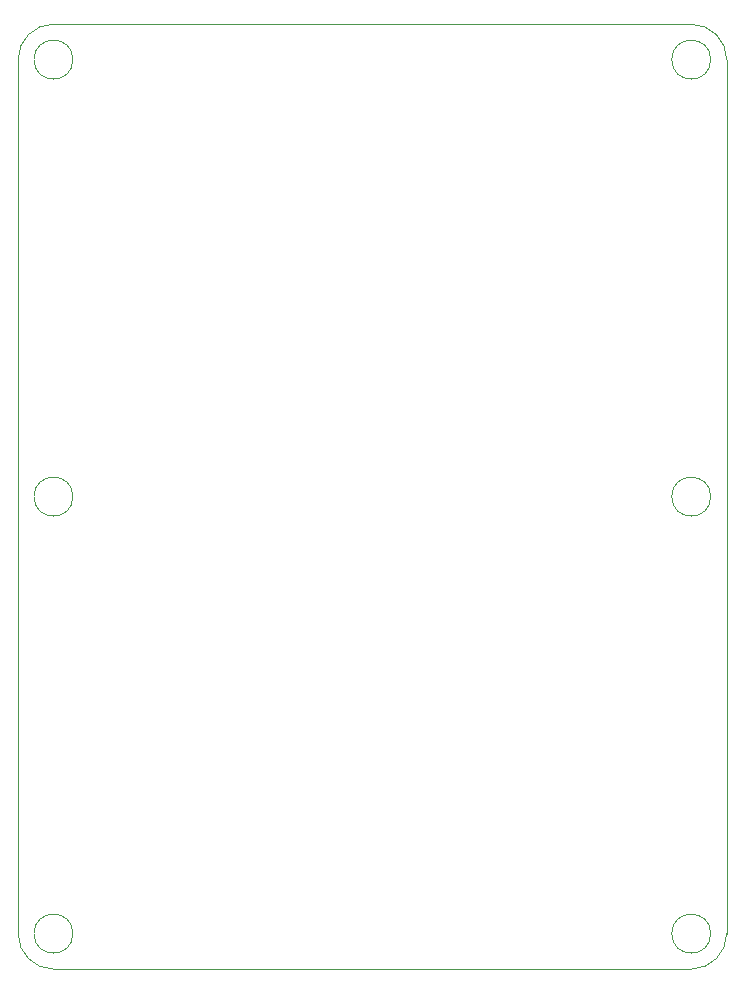
<source format=gbr>
%TF.GenerationSoftware,KiCad,Pcbnew,(5.1.9)-1*%
%TF.CreationDate,2021-08-06T16:10:45+09:00*%
%TF.ProjectId,IMU_USB_ver2,494d555f-5553-4425-9f76-6572322e6b69,rev?*%
%TF.SameCoordinates,Original*%
%TF.FileFunction,Profile,NP*%
%FSLAX46Y46*%
G04 Gerber Fmt 4.6, Leading zero omitted, Abs format (unit mm)*
G04 Created by KiCad (PCBNEW (5.1.9)-1) date 2021-08-06 16:10:45*
%MOMM*%
%LPD*%
G01*
G04 APERTURE LIST*
%TA.AperFunction,Profile*%
%ADD10C,0.050000*%
%TD*%
G04 APERTURE END LIST*
D10*
X114650000Y-100000000D02*
G75*
G03*
X114650000Y-100000000I-1650000J0D01*
G01*
X168650000Y-100000000D02*
G75*
G03*
X168650000Y-100000000I-1650000J0D01*
G01*
X168650000Y-137000000D02*
G75*
G03*
X168650000Y-137000000I-1650000J0D01*
G01*
X114650000Y-137000000D02*
G75*
G03*
X114650000Y-137000000I-1650000J0D01*
G01*
X114650000Y-63000000D02*
G75*
G03*
X114650000Y-63000000I-1650000J0D01*
G01*
X168650000Y-63000000D02*
G75*
G03*
X168650000Y-63000000I-1650000J0D01*
G01*
X113000000Y-140000000D02*
X167000000Y-140000000D01*
X110000000Y-63000000D02*
X110000000Y-137000000D01*
X167000000Y-60000000D02*
X113000000Y-60000000D01*
X170000000Y-137000000D02*
G75*
G02*
X167000000Y-140000000I-3000000J0D01*
G01*
X170000000Y-63000000D02*
X170000000Y-137000000D01*
X113000000Y-140000000D02*
G75*
G02*
X110000000Y-137000000I0J3000000D01*
G01*
X167000000Y-60000000D02*
G75*
G02*
X170000000Y-63000000I0J-3000000D01*
G01*
X110000000Y-63000000D02*
G75*
G02*
X113000000Y-60000000I3000000J0D01*
G01*
M02*

</source>
